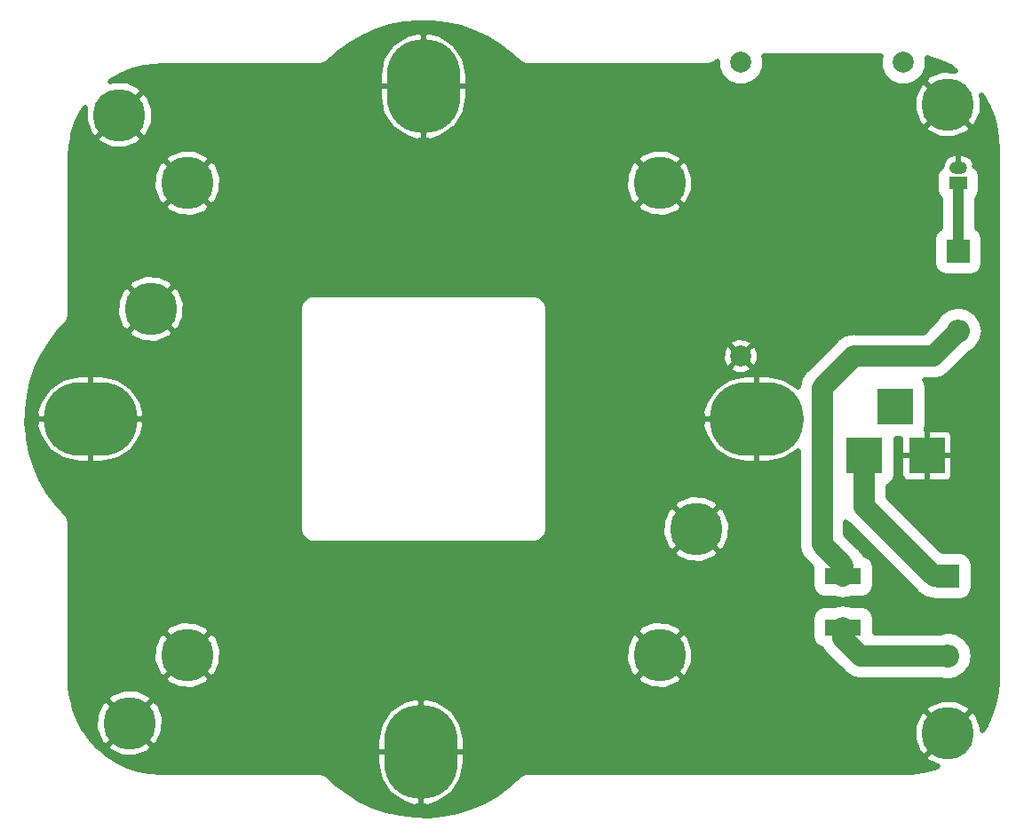
<source format=gbr>
G04 #@! TF.GenerationSoftware,KiCad,Pcbnew,(5.0.0)*
G04 #@! TF.CreationDate,2019-12-04T20:48:19-05:00*
G04 #@! TF.ProjectId,10W White LED,313057205768697465204C45442E6B69,rev?*
G04 #@! TF.SameCoordinates,Original*
G04 #@! TF.FileFunction,Copper,L1,Top,Signal*
G04 #@! TF.FilePolarity,Positive*
%FSLAX46Y46*%
G04 Gerber Fmt 4.6, Leading zero omitted, Abs format (unit mm)*
G04 Created by KiCad (PCBNEW (5.0.0)) date 12/04/19 20:48:19*
%MOMM*%
%LPD*%
G01*
G04 APERTURE LIST*
G04 #@! TA.AperFunction,SMDPad,CuDef*
%ADD10R,3.500000X1.600000*%
G04 #@! TD*
G04 #@! TA.AperFunction,ComponentPad*
%ADD11R,1.700000X1.200000*%
G04 #@! TD*
G04 #@! TA.AperFunction,ComponentPad*
%ADD12O,1.700000X1.200000*%
G04 #@! TD*
G04 #@! TA.AperFunction,ComponentPad*
%ADD13C,5.000000*%
G04 #@! TD*
G04 #@! TA.AperFunction,ComponentPad*
%ADD14O,7.000000X9.000000*%
G04 #@! TD*
G04 #@! TA.AperFunction,ComponentPad*
%ADD15O,9.000000X7.000000*%
G04 #@! TD*
G04 #@! TA.AperFunction,ComponentPad*
%ADD16R,2.200000X2.200000*%
G04 #@! TD*
G04 #@! TA.AperFunction,ComponentPad*
%ADD17O,2.200000X2.200000*%
G04 #@! TD*
G04 #@! TA.AperFunction,ComponentPad*
%ADD18C,2.000000*%
G04 #@! TD*
G04 #@! TA.AperFunction,ComponentPad*
%ADD19R,3.500000X3.500000*%
G04 #@! TD*
G04 #@! TA.AperFunction,Conductor*
%ADD20C,2.000000*%
G04 #@! TD*
G04 #@! TA.AperFunction,Conductor*
%ADD21C,1.000000*%
G04 #@! TD*
G04 #@! TA.AperFunction,Conductor*
%ADD22C,0.500000*%
G04 #@! TD*
G04 APERTURE END LIST*
D10*
G04 #@! TO.P,F1,1*
G04 #@! TO.N,Net-(F1-Pad1)*
X190000000Y-119880000D03*
G04 #@! TO.P,F1,2*
G04 #@! TO.N,+12V*
X190000000Y-115000000D03*
G04 #@! TD*
D11*
G04 #@! TO.P,FAN1,1*
G04 #@! TO.N,Net-(FAN1-Pad1)*
X201000000Y-77500000D03*
D12*
G04 #@! TO.P,FAN1,2*
G04 #@! TO.N,GND*
X201000000Y-76000000D03*
G04 #@! TD*
D13*
G04 #@! TO.P,HEATSINK1,3*
G04 #@! TO.N,GND*
X172500000Y-122500000D03*
X127500000Y-122500000D03*
X127500000Y-77500000D03*
X172500000Y-77500000D03*
G04 #@! TO.P,HEATSINK1,2*
X124000000Y-89500000D03*
G04 #@! TO.P,HEATSINK1,1*
X176000000Y-110500000D03*
G04 #@! TD*
D14*
G04 #@! TO.P,LENSE1,1*
G04 #@! TO.N,GND*
X150000000Y-68250000D03*
D15*
X118250000Y-100000000D03*
D14*
X149750000Y-131750000D03*
D15*
X181750000Y-100000000D03*
G04 #@! TD*
D16*
G04 #@! TO.P,SW1,1*
G04 #@! TO.N,Net-(BARREL1-Pad1)*
X200000000Y-115000000D03*
D17*
G04 #@! TO.P,SW1,2*
G04 #@! TO.N,Net-(F1-Pad1)*
X200000000Y-122620000D03*
G04 #@! TD*
D16*
G04 #@! TO.P,SW2,1*
G04 #@! TO.N,Net-(FAN1-Pad1)*
X201000000Y-84000000D03*
D17*
G04 #@! TO.P,SW2,2*
G04 #@! TO.N,+12V*
X201000000Y-91620000D03*
G04 #@! TD*
D13*
G04 #@! TO.P,MNT1,1*
G04 #@! TO.N,GND*
X121000000Y-71000000D03*
G04 #@! TD*
G04 #@! TO.P,MNT2,1*
G04 #@! TO.N,GND*
X200000000Y-70000000D03*
G04 #@! TD*
G04 #@! TO.P,MNT3,1*
G04 #@! TO.N,GND*
X200000000Y-130000000D03*
G04 #@! TD*
G04 #@! TO.P,MNT4,1*
G04 #@! TO.N,GND*
X122000000Y-129000000D03*
G04 #@! TD*
D18*
G04 #@! TO.P,U1,1*
G04 #@! TO.N,GND*
X180250000Y-94000000D03*
G04 #@! TO.P,U1,2*
G04 #@! TO.N,+12V*
X195750000Y-94000000D03*
G04 #@! TO.P,U1,3*
G04 #@! TO.N,Net-(D1-Pad2)*
X195750000Y-66000000D03*
G04 #@! TO.P,U1,4*
G04 #@! TO.N,Net-(D1-Pad1)*
X180250000Y-66000000D03*
G04 #@! TD*
D19*
G04 #@! TO.P,BARREL1,3*
G04 #@! TO.N,N/C*
X195000000Y-98800000D03*
G04 #@! TO.P,BARREL1,2*
G04 #@! TO.N,GND*
X198000000Y-103500000D03*
G04 #@! TO.P,BARREL1,1*
G04 #@! TO.N,Net-(BARREL1-Pad1)*
X192000000Y-103500000D03*
G04 #@! TD*
D20*
G04 #@! TO.N,+12V*
X190000000Y-113950000D02*
X188000000Y-111950000D01*
X190000000Y-115000000D02*
X190000000Y-113950000D01*
X188000000Y-111950000D02*
X188000000Y-101750000D01*
X198620000Y-94000000D02*
X201000000Y-91620000D01*
X195750000Y-94000000D02*
X198620000Y-94000000D01*
X188000000Y-101750000D02*
X188000000Y-97000000D01*
X191000000Y-94000000D02*
X195750000Y-94000000D01*
X188000000Y-97000000D02*
X191000000Y-94000000D01*
G04 #@! TO.N,Net-(F1-Pad1)*
X190000000Y-120930000D02*
X190000000Y-119880000D01*
X191690000Y-122620000D02*
X190000000Y-120930000D01*
X200000000Y-122620000D02*
X191690000Y-122620000D01*
D21*
G04 #@! TO.N,Net-(FAN1-Pad1)*
X201000000Y-84000000D02*
X201000000Y-77500000D01*
D20*
G04 #@! TO.N,Net-(BARREL1-Pad1)*
X198650000Y-115000000D02*
X200000000Y-115000000D01*
X192000000Y-108350000D02*
X198650000Y-115000000D01*
X192000000Y-103500000D02*
X192000000Y-108350000D01*
G04 #@! TD*
D22*
G04 #@! TO.N,GND*
G36*
X150849311Y-62212920D02*
X152203316Y-62375574D01*
X153532364Y-62681187D01*
X154821407Y-63126299D01*
X156055860Y-63705873D01*
X157221732Y-64413342D01*
X158312727Y-65245962D01*
X158985759Y-65867019D01*
X159044728Y-65955272D01*
X159483011Y-66248122D01*
X159869501Y-66325000D01*
X159999980Y-66325000D01*
X159999999Y-66325001D01*
X160000018Y-66325000D01*
X176869502Y-66325000D01*
X177000000Y-66350958D01*
X177130498Y-66325000D01*
X177130499Y-66325000D01*
X177516989Y-66248122D01*
X177955272Y-65955272D01*
X178000000Y-65888332D01*
X178000000Y-66447553D01*
X178342542Y-67274523D01*
X178975477Y-67907458D01*
X179802447Y-68250000D01*
X180697553Y-68250000D01*
X181524523Y-67907458D01*
X182157458Y-67274523D01*
X182500000Y-66447553D01*
X182500000Y-65552447D01*
X182405788Y-65325000D01*
X193594212Y-65325000D01*
X193500000Y-65552447D01*
X193500000Y-66447553D01*
X193842542Y-67274523D01*
X194475477Y-67907458D01*
X195302447Y-68250000D01*
X196197553Y-68250000D01*
X197024523Y-67907458D01*
X197657458Y-67274523D01*
X198000000Y-66447553D01*
X198000000Y-65570180D01*
X198156734Y-65600079D01*
X199192514Y-65936624D01*
X200177954Y-66400337D01*
X200758102Y-66768510D01*
X199476401Y-66719697D01*
X198260939Y-67169768D01*
X198050716Y-67310235D01*
X197787940Y-67782283D01*
X200000000Y-69994343D01*
X200014142Y-69980201D01*
X200019799Y-69985858D01*
X200005657Y-70000000D01*
X202217717Y-72212060D01*
X202689765Y-71949284D01*
X203230977Y-70771575D01*
X203280303Y-69476401D01*
X203143510Y-69106978D01*
X203322333Y-69353107D01*
X203847005Y-70307481D01*
X204247922Y-71320082D01*
X204518769Y-72374955D01*
X204657884Y-73476169D01*
X204675000Y-74020810D01*
X204675001Y-124958351D01*
X204603997Y-126086931D01*
X204399921Y-127156734D01*
X204063374Y-128192519D01*
X203599663Y-129177954D01*
X203272006Y-129694260D01*
X203280303Y-129476401D01*
X202830232Y-128260939D01*
X202689765Y-128050716D01*
X202217717Y-127787940D01*
X200005657Y-130000000D01*
X200019799Y-130014142D01*
X200014142Y-130019799D01*
X200000000Y-130005657D01*
X197787940Y-132217717D01*
X198050716Y-132689765D01*
X198994374Y-133123420D01*
X198679917Y-133247922D01*
X197625038Y-133518770D01*
X196523830Y-133657884D01*
X195979190Y-133675000D01*
X159869501Y-133675000D01*
X159483011Y-133751878D01*
X159044728Y-134044728D01*
X158990648Y-134125664D01*
X158047509Y-134973382D01*
X156942133Y-135772072D01*
X155758139Y-136448782D01*
X154508944Y-136995840D01*
X153208679Y-137407060D01*
X151872095Y-137677776D01*
X150514294Y-137804931D01*
X149150690Y-137787080D01*
X147796684Y-137624426D01*
X146467636Y-137318813D01*
X145178593Y-136873701D01*
X143944140Y-136294127D01*
X142778268Y-135586658D01*
X141687273Y-134754038D01*
X141014241Y-134132981D01*
X140955272Y-134044728D01*
X140516989Y-133751878D01*
X140130499Y-133675000D01*
X140000020Y-133675000D01*
X140000001Y-133674999D01*
X139999982Y-133675000D01*
X125041633Y-133675000D01*
X123913069Y-133603997D01*
X122843266Y-133399921D01*
X121807481Y-133063374D01*
X120822046Y-132599663D01*
X119902504Y-132016104D01*
X119063350Y-131321895D01*
X118965521Y-131217717D01*
X119787940Y-131217717D01*
X120050716Y-131689765D01*
X121228425Y-132230977D01*
X122523599Y-132280303D01*
X123739061Y-131830232D01*
X123853149Y-131754000D01*
X145492000Y-131754000D01*
X145492000Y-132754000D01*
X145817652Y-134383162D01*
X146741968Y-135763689D01*
X148124230Y-136685410D01*
X149079952Y-136954949D01*
X149746000Y-136818498D01*
X149746000Y-131754000D01*
X149754000Y-131754000D01*
X149754000Y-136818498D01*
X150420048Y-136954949D01*
X151375770Y-136685410D01*
X152758032Y-135763689D01*
X153682348Y-134383162D01*
X154008000Y-132754000D01*
X154008000Y-131754000D01*
X149754000Y-131754000D01*
X149746000Y-131754000D01*
X145492000Y-131754000D01*
X123853149Y-131754000D01*
X123949284Y-131689765D01*
X124212060Y-131217717D01*
X122000000Y-129005657D01*
X119787940Y-131217717D01*
X118965521Y-131217717D01*
X118317818Y-130527985D01*
X117677667Y-129646893D01*
X117609886Y-129523599D01*
X118719697Y-129523599D01*
X119169768Y-130739061D01*
X119310235Y-130949284D01*
X119782283Y-131212060D01*
X121994343Y-129000000D01*
X122005657Y-129000000D01*
X124217717Y-131212060D01*
X124689765Y-130949284D01*
X124783183Y-130746000D01*
X145492000Y-130746000D01*
X145492000Y-131746000D01*
X149746000Y-131746000D01*
X149746000Y-126681502D01*
X149754000Y-126681502D01*
X149754000Y-131746000D01*
X154008000Y-131746000D01*
X154008000Y-130746000D01*
X153963545Y-130523599D01*
X196719697Y-130523599D01*
X197169768Y-131739061D01*
X197310235Y-131949284D01*
X197782283Y-132212060D01*
X199994343Y-130000000D01*
X197782283Y-127787940D01*
X197310235Y-128050716D01*
X196769023Y-129228425D01*
X196719697Y-130523599D01*
X153963545Y-130523599D01*
X153682348Y-129116838D01*
X152788813Y-127782283D01*
X197787940Y-127782283D01*
X200000000Y-129994343D01*
X202212060Y-127782283D01*
X201949284Y-127310235D01*
X200771575Y-126769023D01*
X199476401Y-126719697D01*
X198260939Y-127169768D01*
X198050716Y-127310235D01*
X197787940Y-127782283D01*
X152788813Y-127782283D01*
X152758032Y-127736311D01*
X151375770Y-126814590D01*
X150420048Y-126545051D01*
X149754000Y-126681502D01*
X149746000Y-126681502D01*
X149079952Y-126545051D01*
X148124230Y-126814590D01*
X146741968Y-127736311D01*
X145817652Y-129116838D01*
X145492000Y-130746000D01*
X124783183Y-130746000D01*
X125230977Y-129771575D01*
X125280303Y-128476401D01*
X124830232Y-127260939D01*
X124689765Y-127050716D01*
X124217717Y-126787940D01*
X122005657Y-129000000D01*
X121994343Y-129000000D01*
X119782283Y-126787940D01*
X119310235Y-127050716D01*
X118769023Y-128228425D01*
X118719697Y-129523599D01*
X117609886Y-129523599D01*
X117152996Y-128692522D01*
X116752078Y-127679917D01*
X116521604Y-126782283D01*
X119787940Y-126782283D01*
X122000000Y-128994343D01*
X124212060Y-126782283D01*
X123949284Y-126310235D01*
X122771575Y-125769023D01*
X121476401Y-125719697D01*
X120260939Y-126169768D01*
X120050716Y-126310235D01*
X119787940Y-126782283D01*
X116521604Y-126782283D01*
X116481230Y-126625038D01*
X116342116Y-125523830D01*
X116325000Y-124979190D01*
X116325000Y-124717717D01*
X125287940Y-124717717D01*
X125550716Y-125189765D01*
X126728425Y-125730977D01*
X128023599Y-125780303D01*
X129239061Y-125330232D01*
X129449284Y-125189765D01*
X129712060Y-124717717D01*
X170287940Y-124717717D01*
X170550716Y-125189765D01*
X171728425Y-125730977D01*
X173023599Y-125780303D01*
X174239061Y-125330232D01*
X174449284Y-125189765D01*
X174712060Y-124717717D01*
X172500000Y-122505657D01*
X170287940Y-124717717D01*
X129712060Y-124717717D01*
X127500000Y-122505657D01*
X125287940Y-124717717D01*
X116325000Y-124717717D01*
X116325000Y-123023599D01*
X124219697Y-123023599D01*
X124669768Y-124239061D01*
X124810235Y-124449284D01*
X125282283Y-124712060D01*
X127494343Y-122500000D01*
X127505657Y-122500000D01*
X129717717Y-124712060D01*
X130189765Y-124449284D01*
X130730977Y-123271575D01*
X130740421Y-123023599D01*
X169219697Y-123023599D01*
X169669768Y-124239061D01*
X169810235Y-124449284D01*
X170282283Y-124712060D01*
X172494343Y-122500000D01*
X172505657Y-122500000D01*
X174717717Y-124712060D01*
X175189765Y-124449284D01*
X175730977Y-123271575D01*
X175780303Y-121976401D01*
X175330232Y-120760939D01*
X175189765Y-120550716D01*
X174717717Y-120287940D01*
X172505657Y-122500000D01*
X172494343Y-122500000D01*
X170282283Y-120287940D01*
X169810235Y-120550716D01*
X169269023Y-121728425D01*
X169219697Y-123023599D01*
X130740421Y-123023599D01*
X130780303Y-121976401D01*
X130330232Y-120760939D01*
X130189765Y-120550716D01*
X129717717Y-120287940D01*
X127505657Y-122500000D01*
X127494343Y-122500000D01*
X125282283Y-120287940D01*
X124810235Y-120550716D01*
X124269023Y-121728425D01*
X124219697Y-123023599D01*
X116325000Y-123023599D01*
X116325000Y-120282283D01*
X125287940Y-120282283D01*
X127500000Y-122494343D01*
X129712060Y-120282283D01*
X170287940Y-120282283D01*
X172500000Y-122494343D01*
X174712060Y-120282283D01*
X174449284Y-119810235D01*
X173271575Y-119269023D01*
X171976401Y-119219697D01*
X170760939Y-119669768D01*
X170550716Y-119810235D01*
X170287940Y-120282283D01*
X129712060Y-120282283D01*
X129449284Y-119810235D01*
X128271575Y-119269023D01*
X126976401Y-119219697D01*
X125760939Y-119669768D01*
X125550716Y-119810235D01*
X125287940Y-120282283D01*
X116325000Y-120282283D01*
X116325000Y-119080000D01*
X186975512Y-119080000D01*
X186975512Y-120680000D01*
X187072527Y-121167725D01*
X187348801Y-121581199D01*
X187762275Y-121857473D01*
X187936872Y-121892203D01*
X188377840Y-122552160D01*
X188565711Y-122677691D01*
X189942310Y-124054291D01*
X190067840Y-124242160D01*
X190812094Y-124739454D01*
X191468394Y-124870000D01*
X191468395Y-124870000D01*
X191690000Y-124914080D01*
X191911605Y-124870000D01*
X199265814Y-124870000D01*
X199768547Y-124970000D01*
X200231453Y-124970000D01*
X200916924Y-124833651D01*
X201694255Y-124314255D01*
X202213651Y-123536924D01*
X202396039Y-122620000D01*
X202213651Y-121703076D01*
X201694255Y-120925745D01*
X200916924Y-120406349D01*
X200231453Y-120270000D01*
X199768547Y-120270000D01*
X199265814Y-120370000D01*
X193024488Y-120370000D01*
X193024488Y-119080000D01*
X192927473Y-118592275D01*
X192651199Y-118178801D01*
X192237725Y-117902527D01*
X191750000Y-117805512D01*
X190945202Y-117805512D01*
X190877906Y-117760546D01*
X190000000Y-117585920D01*
X189122095Y-117760546D01*
X189054799Y-117805512D01*
X188250000Y-117805512D01*
X187762275Y-117902527D01*
X187348801Y-118178801D01*
X187072527Y-118592275D01*
X186975512Y-119080000D01*
X116325000Y-119080000D01*
X116325000Y-112717717D01*
X173787940Y-112717717D01*
X174050716Y-113189765D01*
X175228425Y-113730977D01*
X176523599Y-113780303D01*
X177739061Y-113330232D01*
X177949284Y-113189765D01*
X178212060Y-112717717D01*
X176000000Y-110505657D01*
X173787940Y-112717717D01*
X116325000Y-112717717D01*
X116325000Y-109869501D01*
X116248122Y-109483011D01*
X115955272Y-109044728D01*
X115874336Y-108990648D01*
X115026618Y-108047509D01*
X114227928Y-106942133D01*
X113551218Y-105758139D01*
X113004160Y-104508944D01*
X112592940Y-103208679D01*
X112322224Y-101872095D01*
X112209656Y-100670048D01*
X113045051Y-100670048D01*
X113314590Y-101625770D01*
X114236311Y-103008032D01*
X115616838Y-103932348D01*
X117246000Y-104258000D01*
X118246000Y-104258000D01*
X118246000Y-100004000D01*
X118254000Y-100004000D01*
X118254000Y-104258000D01*
X119254000Y-104258000D01*
X120883162Y-103932348D01*
X122263689Y-103008032D01*
X123185410Y-101625770D01*
X123454949Y-100670048D01*
X123318498Y-100004000D01*
X118254000Y-100004000D01*
X118246000Y-100004000D01*
X113181502Y-100004000D01*
X113045051Y-100670048D01*
X112209656Y-100670048D01*
X112195069Y-100514294D01*
X112210573Y-99329952D01*
X113045051Y-99329952D01*
X113181502Y-99996000D01*
X118246000Y-99996000D01*
X118246000Y-95742000D01*
X118254000Y-95742000D01*
X118254000Y-99996000D01*
X123318498Y-99996000D01*
X123454949Y-99329952D01*
X123185410Y-98374230D01*
X122263689Y-96991968D01*
X120883162Y-96067652D01*
X119254000Y-95742000D01*
X118254000Y-95742000D01*
X118246000Y-95742000D01*
X117246000Y-95742000D01*
X115616838Y-96067652D01*
X114236311Y-96991968D01*
X113314590Y-98374230D01*
X113045051Y-99329952D01*
X112210573Y-99329952D01*
X112212920Y-99150689D01*
X112375574Y-97796684D01*
X112681187Y-96467636D01*
X113126299Y-95178593D01*
X113705873Y-93944140D01*
X114413342Y-92778268D01*
X115222727Y-91717717D01*
X121787940Y-91717717D01*
X122050716Y-92189765D01*
X123228425Y-92730977D01*
X124523599Y-92780303D01*
X125739061Y-92330232D01*
X125949284Y-92189765D01*
X126212060Y-91717717D01*
X124000000Y-89505657D01*
X121787940Y-91717717D01*
X115222727Y-91717717D01*
X115245962Y-91687273D01*
X115867019Y-91014241D01*
X115955272Y-90955272D01*
X116248122Y-90516989D01*
X116325000Y-90130499D01*
X116325000Y-90023599D01*
X120719697Y-90023599D01*
X121169768Y-91239061D01*
X121310235Y-91449284D01*
X121782283Y-91712060D01*
X123994343Y-89500000D01*
X124005657Y-89500000D01*
X126217717Y-91712060D01*
X126689765Y-91449284D01*
X127230977Y-90271575D01*
X127260362Y-89500000D01*
X138149042Y-89500000D01*
X138175000Y-89630499D01*
X138175001Y-110369496D01*
X138149042Y-110500000D01*
X138251878Y-111016989D01*
X138544728Y-111455272D01*
X138983011Y-111748122D01*
X139369501Y-111825000D01*
X139500000Y-111850958D01*
X139630499Y-111825000D01*
X160369501Y-111825000D01*
X160500000Y-111850958D01*
X160630499Y-111825000D01*
X161016989Y-111748122D01*
X161455272Y-111455272D01*
X161743705Y-111023599D01*
X172719697Y-111023599D01*
X173169768Y-112239061D01*
X173310235Y-112449284D01*
X173782283Y-112712060D01*
X175994343Y-110500000D01*
X176005657Y-110500000D01*
X178217717Y-112712060D01*
X178689765Y-112449284D01*
X179230977Y-111271575D01*
X179280303Y-109976401D01*
X178830232Y-108760939D01*
X178689765Y-108550716D01*
X178217717Y-108287940D01*
X176005657Y-110500000D01*
X175994343Y-110500000D01*
X173782283Y-108287940D01*
X173310235Y-108550716D01*
X172769023Y-109728425D01*
X172719697Y-111023599D01*
X161743705Y-111023599D01*
X161748122Y-111016989D01*
X161850958Y-110500000D01*
X161825000Y-110369501D01*
X161825000Y-108282283D01*
X173787940Y-108282283D01*
X176000000Y-110494343D01*
X178212060Y-108282283D01*
X177949284Y-107810235D01*
X176771575Y-107269023D01*
X175476401Y-107219697D01*
X174260939Y-107669768D01*
X174050716Y-107810235D01*
X173787940Y-108282283D01*
X161825000Y-108282283D01*
X161825000Y-100670048D01*
X176545051Y-100670048D01*
X176814590Y-101625770D01*
X177736311Y-103008032D01*
X179116838Y-103932348D01*
X180746000Y-104258000D01*
X181746000Y-104258000D01*
X181746000Y-100004000D01*
X176681502Y-100004000D01*
X176545051Y-100670048D01*
X161825000Y-100670048D01*
X161825000Y-99329952D01*
X176545051Y-99329952D01*
X176681502Y-99996000D01*
X181746000Y-99996000D01*
X181746000Y-95742000D01*
X181754000Y-95742000D01*
X181754000Y-99996000D01*
X181774000Y-99996000D01*
X181774000Y-100004000D01*
X181754000Y-100004000D01*
X181754000Y-104258000D01*
X182754000Y-104258000D01*
X184383162Y-103932348D01*
X185750001Y-103017197D01*
X185750000Y-111728395D01*
X185705920Y-111950000D01*
X185750000Y-112171605D01*
X185880546Y-112827905D01*
X185880547Y-112827906D01*
X185880547Y-112827907D01*
X185945765Y-112925512D01*
X186377840Y-113572160D01*
X186565711Y-113697691D01*
X186990860Y-114122840D01*
X186975512Y-114200000D01*
X186975512Y-115800000D01*
X187072527Y-116287725D01*
X187348801Y-116701199D01*
X187762275Y-116977473D01*
X188250000Y-117074488D01*
X189054798Y-117074488D01*
X189122094Y-117119454D01*
X190000000Y-117294080D01*
X190877905Y-117119454D01*
X190945202Y-117074488D01*
X191750000Y-117074488D01*
X192237725Y-116977473D01*
X192651199Y-116701199D01*
X192927473Y-116287725D01*
X193024488Y-115800000D01*
X193024488Y-114200000D01*
X192927473Y-113712275D01*
X192651199Y-113298801D01*
X192237725Y-113022527D01*
X192063129Y-112987798D01*
X191747689Y-112515708D01*
X191622160Y-112327840D01*
X191434291Y-112202310D01*
X190250000Y-111018020D01*
X190250000Y-109780832D01*
X190377841Y-109972160D01*
X190565710Y-110097690D01*
X196902310Y-116434291D01*
X197027840Y-116622160D01*
X197215708Y-116747689D01*
X197772092Y-117119453D01*
X197772093Y-117119453D01*
X197772094Y-117119454D01*
X198346898Y-117233789D01*
X198412275Y-117277473D01*
X198900000Y-117374488D01*
X201100000Y-117374488D01*
X201587725Y-117277473D01*
X202001199Y-117001199D01*
X202277473Y-116587725D01*
X202374488Y-116100000D01*
X202374488Y-113900000D01*
X202277473Y-113412275D01*
X202001199Y-112998801D01*
X201587725Y-112722527D01*
X201100000Y-112625512D01*
X199457493Y-112625512D01*
X194250000Y-107418020D01*
X194250000Y-106419271D01*
X194651199Y-106151199D01*
X194927473Y-105737725D01*
X195024488Y-105250000D01*
X195024488Y-103693500D01*
X195492000Y-103693500D01*
X195492000Y-105400775D01*
X195607398Y-105679372D01*
X195820627Y-105892601D01*
X196099224Y-106008000D01*
X197806500Y-106008000D01*
X197996000Y-105818500D01*
X197996000Y-103504000D01*
X198004000Y-103504000D01*
X198004000Y-105818500D01*
X198193500Y-106008000D01*
X199900776Y-106008000D01*
X200179373Y-105892601D01*
X200392602Y-105679372D01*
X200508000Y-105400775D01*
X200508000Y-103693500D01*
X200318500Y-103504000D01*
X198004000Y-103504000D01*
X197996000Y-103504000D01*
X195681500Y-103504000D01*
X195492000Y-103693500D01*
X195024488Y-103693500D01*
X195024488Y-101824488D01*
X195492000Y-101824488D01*
X195492000Y-103306500D01*
X195681500Y-103496000D01*
X197996000Y-103496000D01*
X197996000Y-101181500D01*
X198004000Y-101181500D01*
X198004000Y-103496000D01*
X200318500Y-103496000D01*
X200508000Y-103306500D01*
X200508000Y-101599225D01*
X200392602Y-101320628D01*
X200179373Y-101107399D01*
X199900776Y-100992000D01*
X198193500Y-100992000D01*
X198004000Y-101181500D01*
X197996000Y-101181500D01*
X197897333Y-101082833D01*
X197927473Y-101037725D01*
X198024488Y-100550000D01*
X198024488Y-97050000D01*
X197927473Y-96562275D01*
X197718818Y-96250000D01*
X198398395Y-96250000D01*
X198620000Y-96294080D01*
X198841605Y-96250000D01*
X198841606Y-96250000D01*
X199497906Y-96119454D01*
X200242160Y-95622160D01*
X200367691Y-95434289D01*
X202071844Y-93730137D01*
X202694255Y-93314255D01*
X203213651Y-92536924D01*
X203396039Y-91620000D01*
X203213651Y-90703076D01*
X202694255Y-89925745D01*
X201916924Y-89406349D01*
X201231453Y-89270000D01*
X200768547Y-89270000D01*
X200083076Y-89406349D01*
X199305745Y-89925745D01*
X198889863Y-90548156D01*
X197688020Y-91750000D01*
X191221605Y-91750000D01*
X191000000Y-91705920D01*
X190778395Y-91750000D01*
X190778394Y-91750000D01*
X190122094Y-91880546D01*
X189377840Y-92377840D01*
X189252308Y-92565712D01*
X186565710Y-95252310D01*
X186377841Y-95377840D01*
X186252311Y-95565709D01*
X185880547Y-96122093D01*
X185714119Y-96958779D01*
X184383162Y-96067652D01*
X182754000Y-95742000D01*
X181754000Y-95742000D01*
X181746000Y-95742000D01*
X180746000Y-95742000D01*
X179116838Y-96067652D01*
X177736311Y-96991968D01*
X176814590Y-98374230D01*
X176545051Y-99329952D01*
X161825000Y-99329952D01*
X161825000Y-95136275D01*
X179119382Y-95136275D01*
X179199669Y-95452463D01*
X179835454Y-95743845D01*
X180534350Y-95769743D01*
X181189956Y-95526213D01*
X181300331Y-95452463D01*
X181380618Y-95136275D01*
X180250000Y-94005657D01*
X179119382Y-95136275D01*
X161825000Y-95136275D01*
X161825000Y-94284350D01*
X178480257Y-94284350D01*
X178723787Y-94939956D01*
X178797537Y-95050331D01*
X179113725Y-95130618D01*
X180244343Y-94000000D01*
X180255657Y-94000000D01*
X181386275Y-95130618D01*
X181702463Y-95050331D01*
X181993845Y-94414546D01*
X182019743Y-93715650D01*
X181776213Y-93060044D01*
X181702463Y-92949669D01*
X181386275Y-92869382D01*
X180255657Y-94000000D01*
X180244343Y-94000000D01*
X179113725Y-92869382D01*
X178797537Y-92949669D01*
X178506155Y-93585454D01*
X178480257Y-94284350D01*
X161825000Y-94284350D01*
X161825000Y-92863725D01*
X179119382Y-92863725D01*
X180250000Y-93994343D01*
X181380618Y-92863725D01*
X181300331Y-92547537D01*
X180664546Y-92256155D01*
X179965650Y-92230257D01*
X179310044Y-92473787D01*
X179199669Y-92547537D01*
X179119382Y-92863725D01*
X161825000Y-92863725D01*
X161825000Y-89630499D01*
X161850958Y-89500000D01*
X161748122Y-88983011D01*
X161455272Y-88544728D01*
X161016989Y-88251878D01*
X160630499Y-88175000D01*
X160500000Y-88149042D01*
X160369501Y-88175000D01*
X139630499Y-88175000D01*
X139500000Y-88149042D01*
X139369501Y-88175000D01*
X138983011Y-88251878D01*
X138544728Y-88544728D01*
X138251878Y-88983011D01*
X138149042Y-89500000D01*
X127260362Y-89500000D01*
X127280303Y-88976401D01*
X126830232Y-87760939D01*
X126689765Y-87550716D01*
X126217717Y-87287940D01*
X124005657Y-89500000D01*
X123994343Y-89500000D01*
X121782283Y-87287940D01*
X121310235Y-87550716D01*
X120769023Y-88728425D01*
X120719697Y-90023599D01*
X116325000Y-90023599D01*
X116325000Y-90000020D01*
X116325001Y-90000001D01*
X116325000Y-89999982D01*
X116325000Y-87282283D01*
X121787940Y-87282283D01*
X124000000Y-89494343D01*
X126212060Y-87282283D01*
X125949284Y-86810235D01*
X124771575Y-86269023D01*
X123476401Y-86219697D01*
X122260939Y-86669768D01*
X122050716Y-86810235D01*
X121787940Y-87282283D01*
X116325000Y-87282283D01*
X116325000Y-82900000D01*
X198625512Y-82900000D01*
X198625512Y-85100000D01*
X198722527Y-85587725D01*
X198998801Y-86001199D01*
X199412275Y-86277473D01*
X199900000Y-86374488D01*
X202100000Y-86374488D01*
X202587725Y-86277473D01*
X203001199Y-86001199D01*
X203277473Y-85587725D01*
X203374488Y-85100000D01*
X203374488Y-82900000D01*
X203277473Y-82412275D01*
X203001199Y-81998801D01*
X202750000Y-81830955D01*
X202750000Y-79002000D01*
X202751199Y-79001199D01*
X203027473Y-78587725D01*
X203124488Y-78100000D01*
X203124488Y-76900000D01*
X203027473Y-76412275D01*
X202751199Y-75998801D01*
X202533909Y-75853612D01*
X202590649Y-75783612D01*
X202506160Y-75484011D01*
X202213080Y-75042577D01*
X201773380Y-74746902D01*
X201254000Y-74642000D01*
X201004000Y-74642000D01*
X201004000Y-75625512D01*
X200996000Y-75625512D01*
X200996000Y-74642000D01*
X200746000Y-74642000D01*
X200226620Y-74746902D01*
X199786920Y-75042577D01*
X199493840Y-75484011D01*
X199409351Y-75783612D01*
X199466091Y-75853612D01*
X199248801Y-75998801D01*
X198972527Y-76412275D01*
X198875512Y-76900000D01*
X198875512Y-78100000D01*
X198972527Y-78587725D01*
X199248801Y-79001199D01*
X199250001Y-79002001D01*
X199250000Y-81830955D01*
X198998801Y-81998801D01*
X198722527Y-82412275D01*
X198625512Y-82900000D01*
X116325000Y-82900000D01*
X116325000Y-79717717D01*
X125287940Y-79717717D01*
X125550716Y-80189765D01*
X126728425Y-80730977D01*
X128023599Y-80780303D01*
X129239061Y-80330232D01*
X129449284Y-80189765D01*
X129712060Y-79717717D01*
X170287940Y-79717717D01*
X170550716Y-80189765D01*
X171728425Y-80730977D01*
X173023599Y-80780303D01*
X174239061Y-80330232D01*
X174449284Y-80189765D01*
X174712060Y-79717717D01*
X172500000Y-77505657D01*
X170287940Y-79717717D01*
X129712060Y-79717717D01*
X127500000Y-77505657D01*
X125287940Y-79717717D01*
X116325000Y-79717717D01*
X116325000Y-78023599D01*
X124219697Y-78023599D01*
X124669768Y-79239061D01*
X124810235Y-79449284D01*
X125282283Y-79712060D01*
X127494343Y-77500000D01*
X127505657Y-77500000D01*
X129717717Y-79712060D01*
X130189765Y-79449284D01*
X130730977Y-78271575D01*
X130740421Y-78023599D01*
X169219697Y-78023599D01*
X169669768Y-79239061D01*
X169810235Y-79449284D01*
X170282283Y-79712060D01*
X172494343Y-77500000D01*
X172505657Y-77500000D01*
X174717717Y-79712060D01*
X175189765Y-79449284D01*
X175730977Y-78271575D01*
X175780303Y-76976401D01*
X175330232Y-75760939D01*
X175189765Y-75550716D01*
X174717717Y-75287940D01*
X172505657Y-77500000D01*
X172494343Y-77500000D01*
X170282283Y-75287940D01*
X169810235Y-75550716D01*
X169269023Y-76728425D01*
X169219697Y-78023599D01*
X130740421Y-78023599D01*
X130780303Y-76976401D01*
X130330232Y-75760939D01*
X130189765Y-75550716D01*
X129717717Y-75287940D01*
X127505657Y-77500000D01*
X127494343Y-77500000D01*
X125282283Y-75287940D01*
X124810235Y-75550716D01*
X124269023Y-76728425D01*
X124219697Y-78023599D01*
X116325000Y-78023599D01*
X116325000Y-75282283D01*
X125287940Y-75282283D01*
X127500000Y-77494343D01*
X129712060Y-75282283D01*
X170287940Y-75282283D01*
X172500000Y-77494343D01*
X174712060Y-75282283D01*
X174449284Y-74810235D01*
X173271575Y-74269023D01*
X171976401Y-74219697D01*
X170760939Y-74669768D01*
X170550716Y-74810235D01*
X170287940Y-75282283D01*
X129712060Y-75282283D01*
X129449284Y-74810235D01*
X128271575Y-74269023D01*
X126976401Y-74219697D01*
X125760939Y-74669768D01*
X125550716Y-74810235D01*
X125287940Y-75282283D01*
X116325000Y-75282283D01*
X116325000Y-75041633D01*
X116396003Y-73913068D01*
X116528648Y-73217717D01*
X118787940Y-73217717D01*
X119050716Y-73689765D01*
X120228425Y-74230977D01*
X121523599Y-74280303D01*
X122739061Y-73830232D01*
X122949284Y-73689765D01*
X123212060Y-73217717D01*
X121000000Y-71005657D01*
X118787940Y-73217717D01*
X116528648Y-73217717D01*
X116600079Y-72843266D01*
X116936624Y-71807486D01*
X117400337Y-70822046D01*
X117768510Y-70241898D01*
X117719697Y-71523599D01*
X118169768Y-72739061D01*
X118310235Y-72949284D01*
X118782283Y-73212060D01*
X120994343Y-71000000D01*
X121005657Y-71000000D01*
X123217717Y-73212060D01*
X123689765Y-72949284D01*
X124230977Y-71771575D01*
X124280303Y-70476401D01*
X123830232Y-69260939D01*
X123689765Y-69050716D01*
X123217717Y-68787940D01*
X121005657Y-71000000D01*
X120994343Y-71000000D01*
X120980201Y-70985858D01*
X120985858Y-70980201D01*
X121000000Y-70994343D01*
X123212060Y-68782283D01*
X122949284Y-68310235D01*
X122826914Y-68254000D01*
X145742000Y-68254000D01*
X145742000Y-69254000D01*
X146067652Y-70883162D01*
X146991968Y-72263689D01*
X148374230Y-73185410D01*
X149329952Y-73454949D01*
X149996000Y-73318498D01*
X149996000Y-68254000D01*
X150004000Y-68254000D01*
X150004000Y-73318498D01*
X150670048Y-73454949D01*
X151625770Y-73185410D01*
X153008032Y-72263689D01*
X153038812Y-72217717D01*
X197787940Y-72217717D01*
X198050716Y-72689765D01*
X199228425Y-73230977D01*
X200523599Y-73280303D01*
X201739061Y-72830232D01*
X201949284Y-72689765D01*
X202212060Y-72217717D01*
X200000000Y-70005657D01*
X197787940Y-72217717D01*
X153038812Y-72217717D01*
X153932348Y-70883162D01*
X154004220Y-70523599D01*
X196719697Y-70523599D01*
X197169768Y-71739061D01*
X197310235Y-71949284D01*
X197782283Y-72212060D01*
X199994343Y-70000000D01*
X197782283Y-67787940D01*
X197310235Y-68050716D01*
X196769023Y-69228425D01*
X196719697Y-70523599D01*
X154004220Y-70523599D01*
X154258000Y-69254000D01*
X154258000Y-68254000D01*
X150004000Y-68254000D01*
X149996000Y-68254000D01*
X145742000Y-68254000D01*
X122826914Y-68254000D01*
X121771575Y-67769023D01*
X120476401Y-67719697D01*
X120106978Y-67856490D01*
X120353107Y-67677667D01*
X121138305Y-67246000D01*
X145742000Y-67246000D01*
X145742000Y-68246000D01*
X149996000Y-68246000D01*
X149996000Y-63181502D01*
X150004000Y-63181502D01*
X150004000Y-68246000D01*
X154258000Y-68246000D01*
X154258000Y-67246000D01*
X153932348Y-65616838D01*
X153008032Y-64236311D01*
X151625770Y-63314590D01*
X150670048Y-63045051D01*
X150004000Y-63181502D01*
X149996000Y-63181502D01*
X149329952Y-63045051D01*
X148374230Y-63314590D01*
X146991968Y-64236311D01*
X146067652Y-65616838D01*
X145742000Y-67246000D01*
X121138305Y-67246000D01*
X121307481Y-67152995D01*
X122320082Y-66752078D01*
X123374955Y-66481231D01*
X124476169Y-66342116D01*
X125020810Y-66325000D01*
X140130499Y-66325000D01*
X140516989Y-66248122D01*
X140955272Y-65955272D01*
X141009353Y-65874334D01*
X141952490Y-65026618D01*
X143057873Y-64227923D01*
X144241861Y-63551219D01*
X145491056Y-63004160D01*
X146791319Y-62592940D01*
X148127905Y-62322224D01*
X149485706Y-62195069D01*
X150849311Y-62212920D01*
X150849311Y-62212920D01*
G37*
X150849311Y-62212920D02*
X152203316Y-62375574D01*
X153532364Y-62681187D01*
X154821407Y-63126299D01*
X156055860Y-63705873D01*
X157221732Y-64413342D01*
X158312727Y-65245962D01*
X158985759Y-65867019D01*
X159044728Y-65955272D01*
X159483011Y-66248122D01*
X159869501Y-66325000D01*
X159999980Y-66325000D01*
X159999999Y-66325001D01*
X160000018Y-66325000D01*
X176869502Y-66325000D01*
X177000000Y-66350958D01*
X177130498Y-66325000D01*
X177130499Y-66325000D01*
X177516989Y-66248122D01*
X177955272Y-65955272D01*
X178000000Y-65888332D01*
X178000000Y-66447553D01*
X178342542Y-67274523D01*
X178975477Y-67907458D01*
X179802447Y-68250000D01*
X180697553Y-68250000D01*
X181524523Y-67907458D01*
X182157458Y-67274523D01*
X182500000Y-66447553D01*
X182500000Y-65552447D01*
X182405788Y-65325000D01*
X193594212Y-65325000D01*
X193500000Y-65552447D01*
X193500000Y-66447553D01*
X193842542Y-67274523D01*
X194475477Y-67907458D01*
X195302447Y-68250000D01*
X196197553Y-68250000D01*
X197024523Y-67907458D01*
X197657458Y-67274523D01*
X198000000Y-66447553D01*
X198000000Y-65570180D01*
X198156734Y-65600079D01*
X199192514Y-65936624D01*
X200177954Y-66400337D01*
X200758102Y-66768510D01*
X199476401Y-66719697D01*
X198260939Y-67169768D01*
X198050716Y-67310235D01*
X197787940Y-67782283D01*
X200000000Y-69994343D01*
X200014142Y-69980201D01*
X200019799Y-69985858D01*
X200005657Y-70000000D01*
X202217717Y-72212060D01*
X202689765Y-71949284D01*
X203230977Y-70771575D01*
X203280303Y-69476401D01*
X203143510Y-69106978D01*
X203322333Y-69353107D01*
X203847005Y-70307481D01*
X204247922Y-71320082D01*
X204518769Y-72374955D01*
X204657884Y-73476169D01*
X204675000Y-74020810D01*
X204675001Y-124958351D01*
X204603997Y-126086931D01*
X204399921Y-127156734D01*
X204063374Y-128192519D01*
X203599663Y-129177954D01*
X203272006Y-129694260D01*
X203280303Y-129476401D01*
X202830232Y-128260939D01*
X202689765Y-128050716D01*
X202217717Y-127787940D01*
X200005657Y-130000000D01*
X200019799Y-130014142D01*
X200014142Y-130019799D01*
X200000000Y-130005657D01*
X197787940Y-132217717D01*
X198050716Y-132689765D01*
X198994374Y-133123420D01*
X198679917Y-133247922D01*
X197625038Y-133518770D01*
X196523830Y-133657884D01*
X195979190Y-133675000D01*
X159869501Y-133675000D01*
X159483011Y-133751878D01*
X159044728Y-134044728D01*
X158990648Y-134125664D01*
X158047509Y-134973382D01*
X156942133Y-135772072D01*
X155758139Y-136448782D01*
X154508944Y-136995840D01*
X153208679Y-137407060D01*
X151872095Y-137677776D01*
X150514294Y-137804931D01*
X149150690Y-137787080D01*
X147796684Y-137624426D01*
X146467636Y-137318813D01*
X145178593Y-136873701D01*
X143944140Y-136294127D01*
X142778268Y-135586658D01*
X141687273Y-134754038D01*
X141014241Y-134132981D01*
X140955272Y-134044728D01*
X140516989Y-133751878D01*
X140130499Y-133675000D01*
X140000020Y-133675000D01*
X140000001Y-133674999D01*
X139999982Y-133675000D01*
X125041633Y-133675000D01*
X123913069Y-133603997D01*
X122843266Y-133399921D01*
X121807481Y-133063374D01*
X120822046Y-132599663D01*
X119902504Y-132016104D01*
X119063350Y-131321895D01*
X118965521Y-131217717D01*
X119787940Y-131217717D01*
X120050716Y-131689765D01*
X121228425Y-132230977D01*
X122523599Y-132280303D01*
X123739061Y-131830232D01*
X123853149Y-131754000D01*
X145492000Y-131754000D01*
X145492000Y-132754000D01*
X145817652Y-134383162D01*
X146741968Y-135763689D01*
X148124230Y-136685410D01*
X149079952Y-136954949D01*
X149746000Y-136818498D01*
X149746000Y-131754000D01*
X149754000Y-131754000D01*
X149754000Y-136818498D01*
X150420048Y-136954949D01*
X151375770Y-136685410D01*
X152758032Y-135763689D01*
X153682348Y-134383162D01*
X154008000Y-132754000D01*
X154008000Y-131754000D01*
X149754000Y-131754000D01*
X149746000Y-131754000D01*
X145492000Y-131754000D01*
X123853149Y-131754000D01*
X123949284Y-131689765D01*
X124212060Y-131217717D01*
X122000000Y-129005657D01*
X119787940Y-131217717D01*
X118965521Y-131217717D01*
X118317818Y-130527985D01*
X117677667Y-129646893D01*
X117609886Y-129523599D01*
X118719697Y-129523599D01*
X119169768Y-130739061D01*
X119310235Y-130949284D01*
X119782283Y-131212060D01*
X121994343Y-129000000D01*
X122005657Y-129000000D01*
X124217717Y-131212060D01*
X124689765Y-130949284D01*
X124783183Y-130746000D01*
X145492000Y-130746000D01*
X145492000Y-131746000D01*
X149746000Y-131746000D01*
X149746000Y-126681502D01*
X149754000Y-126681502D01*
X149754000Y-131746000D01*
X154008000Y-131746000D01*
X154008000Y-130746000D01*
X153963545Y-130523599D01*
X196719697Y-130523599D01*
X197169768Y-131739061D01*
X197310235Y-131949284D01*
X197782283Y-132212060D01*
X199994343Y-130000000D01*
X197782283Y-127787940D01*
X197310235Y-128050716D01*
X196769023Y-129228425D01*
X196719697Y-130523599D01*
X153963545Y-130523599D01*
X153682348Y-129116838D01*
X152788813Y-127782283D01*
X197787940Y-127782283D01*
X200000000Y-129994343D01*
X202212060Y-127782283D01*
X201949284Y-127310235D01*
X200771575Y-126769023D01*
X199476401Y-126719697D01*
X198260939Y-127169768D01*
X198050716Y-127310235D01*
X197787940Y-127782283D01*
X152788813Y-127782283D01*
X152758032Y-127736311D01*
X151375770Y-126814590D01*
X150420048Y-126545051D01*
X149754000Y-126681502D01*
X149746000Y-126681502D01*
X149079952Y-126545051D01*
X148124230Y-126814590D01*
X146741968Y-127736311D01*
X145817652Y-129116838D01*
X145492000Y-130746000D01*
X124783183Y-130746000D01*
X125230977Y-129771575D01*
X125280303Y-128476401D01*
X124830232Y-127260939D01*
X124689765Y-127050716D01*
X124217717Y-126787940D01*
X122005657Y-129000000D01*
X121994343Y-129000000D01*
X119782283Y-126787940D01*
X119310235Y-127050716D01*
X118769023Y-128228425D01*
X118719697Y-129523599D01*
X117609886Y-129523599D01*
X117152996Y-128692522D01*
X116752078Y-127679917D01*
X116521604Y-126782283D01*
X119787940Y-126782283D01*
X122000000Y-128994343D01*
X124212060Y-126782283D01*
X123949284Y-126310235D01*
X122771575Y-125769023D01*
X121476401Y-125719697D01*
X120260939Y-126169768D01*
X120050716Y-126310235D01*
X119787940Y-126782283D01*
X116521604Y-126782283D01*
X116481230Y-126625038D01*
X116342116Y-125523830D01*
X116325000Y-124979190D01*
X116325000Y-124717717D01*
X125287940Y-124717717D01*
X125550716Y-125189765D01*
X126728425Y-125730977D01*
X128023599Y-125780303D01*
X129239061Y-125330232D01*
X129449284Y-125189765D01*
X129712060Y-124717717D01*
X170287940Y-124717717D01*
X170550716Y-125189765D01*
X171728425Y-125730977D01*
X173023599Y-125780303D01*
X174239061Y-125330232D01*
X174449284Y-125189765D01*
X174712060Y-124717717D01*
X172500000Y-122505657D01*
X170287940Y-124717717D01*
X129712060Y-124717717D01*
X127500000Y-122505657D01*
X125287940Y-124717717D01*
X116325000Y-124717717D01*
X116325000Y-123023599D01*
X124219697Y-123023599D01*
X124669768Y-124239061D01*
X124810235Y-124449284D01*
X125282283Y-124712060D01*
X127494343Y-122500000D01*
X127505657Y-122500000D01*
X129717717Y-124712060D01*
X130189765Y-124449284D01*
X130730977Y-123271575D01*
X130740421Y-123023599D01*
X169219697Y-123023599D01*
X169669768Y-124239061D01*
X169810235Y-124449284D01*
X170282283Y-124712060D01*
X172494343Y-122500000D01*
X172505657Y-122500000D01*
X174717717Y-124712060D01*
X175189765Y-124449284D01*
X175730977Y-123271575D01*
X175780303Y-121976401D01*
X175330232Y-120760939D01*
X175189765Y-120550716D01*
X174717717Y-120287940D01*
X172505657Y-122500000D01*
X172494343Y-122500000D01*
X170282283Y-120287940D01*
X169810235Y-120550716D01*
X169269023Y-121728425D01*
X169219697Y-123023599D01*
X130740421Y-123023599D01*
X130780303Y-121976401D01*
X130330232Y-120760939D01*
X130189765Y-120550716D01*
X129717717Y-120287940D01*
X127505657Y-122500000D01*
X127494343Y-122500000D01*
X125282283Y-120287940D01*
X124810235Y-120550716D01*
X124269023Y-121728425D01*
X124219697Y-123023599D01*
X116325000Y-123023599D01*
X116325000Y-120282283D01*
X125287940Y-120282283D01*
X127500000Y-122494343D01*
X129712060Y-120282283D01*
X170287940Y-120282283D01*
X172500000Y-122494343D01*
X174712060Y-120282283D01*
X174449284Y-119810235D01*
X173271575Y-119269023D01*
X171976401Y-119219697D01*
X170760939Y-119669768D01*
X170550716Y-119810235D01*
X170287940Y-120282283D01*
X129712060Y-120282283D01*
X129449284Y-119810235D01*
X128271575Y-119269023D01*
X126976401Y-119219697D01*
X125760939Y-119669768D01*
X125550716Y-119810235D01*
X125287940Y-120282283D01*
X116325000Y-120282283D01*
X116325000Y-119080000D01*
X186975512Y-119080000D01*
X186975512Y-120680000D01*
X187072527Y-121167725D01*
X187348801Y-121581199D01*
X187762275Y-121857473D01*
X187936872Y-121892203D01*
X188377840Y-122552160D01*
X188565711Y-122677691D01*
X189942310Y-124054291D01*
X190067840Y-124242160D01*
X190812094Y-124739454D01*
X191468394Y-124870000D01*
X191468395Y-124870000D01*
X191690000Y-124914080D01*
X191911605Y-124870000D01*
X199265814Y-124870000D01*
X199768547Y-124970000D01*
X200231453Y-124970000D01*
X200916924Y-124833651D01*
X201694255Y-124314255D01*
X202213651Y-123536924D01*
X202396039Y-122620000D01*
X202213651Y-121703076D01*
X201694255Y-120925745D01*
X200916924Y-120406349D01*
X200231453Y-120270000D01*
X199768547Y-120270000D01*
X199265814Y-120370000D01*
X193024488Y-120370000D01*
X193024488Y-119080000D01*
X192927473Y-118592275D01*
X192651199Y-118178801D01*
X192237725Y-117902527D01*
X191750000Y-117805512D01*
X190945202Y-117805512D01*
X190877906Y-117760546D01*
X190000000Y-117585920D01*
X189122095Y-117760546D01*
X189054799Y-117805512D01*
X188250000Y-117805512D01*
X187762275Y-117902527D01*
X187348801Y-118178801D01*
X187072527Y-118592275D01*
X186975512Y-119080000D01*
X116325000Y-119080000D01*
X116325000Y-112717717D01*
X173787940Y-112717717D01*
X174050716Y-113189765D01*
X175228425Y-113730977D01*
X176523599Y-113780303D01*
X177739061Y-113330232D01*
X177949284Y-113189765D01*
X178212060Y-112717717D01*
X176000000Y-110505657D01*
X173787940Y-112717717D01*
X116325000Y-112717717D01*
X116325000Y-109869501D01*
X116248122Y-109483011D01*
X115955272Y-109044728D01*
X115874336Y-108990648D01*
X115026618Y-108047509D01*
X114227928Y-106942133D01*
X113551218Y-105758139D01*
X113004160Y-104508944D01*
X112592940Y-103208679D01*
X112322224Y-101872095D01*
X112209656Y-100670048D01*
X113045051Y-100670048D01*
X113314590Y-101625770D01*
X114236311Y-103008032D01*
X115616838Y-103932348D01*
X117246000Y-104258000D01*
X118246000Y-104258000D01*
X118246000Y-100004000D01*
X118254000Y-100004000D01*
X118254000Y-104258000D01*
X119254000Y-104258000D01*
X120883162Y-103932348D01*
X122263689Y-103008032D01*
X123185410Y-101625770D01*
X123454949Y-100670048D01*
X123318498Y-100004000D01*
X118254000Y-100004000D01*
X118246000Y-100004000D01*
X113181502Y-100004000D01*
X113045051Y-100670048D01*
X112209656Y-100670048D01*
X112195069Y-100514294D01*
X112210573Y-99329952D01*
X113045051Y-99329952D01*
X113181502Y-99996000D01*
X118246000Y-99996000D01*
X118246000Y-95742000D01*
X118254000Y-95742000D01*
X118254000Y-99996000D01*
X123318498Y-99996000D01*
X123454949Y-99329952D01*
X123185410Y-98374230D01*
X122263689Y-96991968D01*
X120883162Y-96067652D01*
X119254000Y-95742000D01*
X118254000Y-95742000D01*
X118246000Y-95742000D01*
X117246000Y-95742000D01*
X115616838Y-96067652D01*
X114236311Y-96991968D01*
X113314590Y-98374230D01*
X113045051Y-99329952D01*
X112210573Y-99329952D01*
X112212920Y-99150689D01*
X112375574Y-97796684D01*
X112681187Y-96467636D01*
X113126299Y-95178593D01*
X113705873Y-93944140D01*
X114413342Y-92778268D01*
X115222727Y-91717717D01*
X121787940Y-91717717D01*
X122050716Y-92189765D01*
X123228425Y-92730977D01*
X124523599Y-92780303D01*
X125739061Y-92330232D01*
X125949284Y-92189765D01*
X126212060Y-91717717D01*
X124000000Y-89505657D01*
X121787940Y-91717717D01*
X115222727Y-91717717D01*
X115245962Y-91687273D01*
X115867019Y-91014241D01*
X115955272Y-90955272D01*
X116248122Y-90516989D01*
X116325000Y-90130499D01*
X116325000Y-90023599D01*
X120719697Y-90023599D01*
X121169768Y-91239061D01*
X121310235Y-91449284D01*
X121782283Y-91712060D01*
X123994343Y-89500000D01*
X124005657Y-89500000D01*
X126217717Y-91712060D01*
X126689765Y-91449284D01*
X127230977Y-90271575D01*
X127260362Y-89500000D01*
X138149042Y-89500000D01*
X138175000Y-89630499D01*
X138175001Y-110369496D01*
X138149042Y-110500000D01*
X138251878Y-111016989D01*
X138544728Y-111455272D01*
X138983011Y-111748122D01*
X139369501Y-111825000D01*
X139500000Y-111850958D01*
X139630499Y-111825000D01*
X160369501Y-111825000D01*
X160500000Y-111850958D01*
X160630499Y-111825000D01*
X161016989Y-111748122D01*
X161455272Y-111455272D01*
X161743705Y-111023599D01*
X172719697Y-111023599D01*
X173169768Y-112239061D01*
X173310235Y-112449284D01*
X173782283Y-112712060D01*
X175994343Y-110500000D01*
X176005657Y-110500000D01*
X178217717Y-112712060D01*
X178689765Y-112449284D01*
X179230977Y-111271575D01*
X179280303Y-109976401D01*
X178830232Y-108760939D01*
X178689765Y-108550716D01*
X178217717Y-108287940D01*
X176005657Y-110500000D01*
X175994343Y-110500000D01*
X173782283Y-108287940D01*
X173310235Y-108550716D01*
X172769023Y-109728425D01*
X172719697Y-111023599D01*
X161743705Y-111023599D01*
X161748122Y-111016989D01*
X161850958Y-110500000D01*
X161825000Y-110369501D01*
X161825000Y-108282283D01*
X173787940Y-108282283D01*
X176000000Y-110494343D01*
X178212060Y-108282283D01*
X177949284Y-107810235D01*
X176771575Y-107269023D01*
X175476401Y-107219697D01*
X174260939Y-107669768D01*
X174050716Y-107810235D01*
X173787940Y-108282283D01*
X161825000Y-108282283D01*
X161825000Y-100670048D01*
X176545051Y-100670048D01*
X176814590Y-101625770D01*
X177736311Y-103008032D01*
X179116838Y-103932348D01*
X180746000Y-104258000D01*
X181746000Y-104258000D01*
X181746000Y-100004000D01*
X176681502Y-100004000D01*
X176545051Y-100670048D01*
X161825000Y-100670048D01*
X161825000Y-99329952D01*
X176545051Y-99329952D01*
X176681502Y-99996000D01*
X181746000Y-99996000D01*
X181746000Y-95742000D01*
X181754000Y-95742000D01*
X181754000Y-99996000D01*
X181774000Y-99996000D01*
X181774000Y-100004000D01*
X181754000Y-100004000D01*
X181754000Y-104258000D01*
X182754000Y-104258000D01*
X184383162Y-103932348D01*
X185750001Y-103017197D01*
X185750000Y-111728395D01*
X185705920Y-111950000D01*
X185750000Y-112171605D01*
X185880546Y-112827905D01*
X185880547Y-112827906D01*
X185880547Y-112827907D01*
X185945765Y-112925512D01*
X186377840Y-113572160D01*
X186565711Y-113697691D01*
X186990860Y-114122840D01*
X186975512Y-114200000D01*
X186975512Y-115800000D01*
X187072527Y-116287725D01*
X187348801Y-116701199D01*
X187762275Y-116977473D01*
X188250000Y-117074488D01*
X189054798Y-117074488D01*
X189122094Y-117119454D01*
X190000000Y-117294080D01*
X190877905Y-117119454D01*
X190945202Y-117074488D01*
X191750000Y-117074488D01*
X192237725Y-116977473D01*
X192651199Y-116701199D01*
X192927473Y-116287725D01*
X193024488Y-115800000D01*
X193024488Y-114200000D01*
X192927473Y-113712275D01*
X192651199Y-113298801D01*
X192237725Y-113022527D01*
X192063129Y-112987798D01*
X191747689Y-112515708D01*
X191622160Y-112327840D01*
X191434291Y-112202310D01*
X190250000Y-111018020D01*
X190250000Y-109780832D01*
X190377841Y-109972160D01*
X190565710Y-110097690D01*
X196902310Y-116434291D01*
X197027840Y-116622160D01*
X197215708Y-116747689D01*
X197772092Y-117119453D01*
X197772093Y-117119453D01*
X197772094Y-117119454D01*
X198346898Y-117233789D01*
X198412275Y-117277473D01*
X198900000Y-117374488D01*
X201100000Y-117374488D01*
X201587725Y-117277473D01*
X202001199Y-117001199D01*
X202277473Y-116587725D01*
X202374488Y-116100000D01*
X202374488Y-113900000D01*
X202277473Y-113412275D01*
X202001199Y-112998801D01*
X201587725Y-112722527D01*
X201100000Y-112625512D01*
X199457493Y-112625512D01*
X194250000Y-107418020D01*
X194250000Y-106419271D01*
X194651199Y-106151199D01*
X194927473Y-105737725D01*
X195024488Y-105250000D01*
X195024488Y-103693500D01*
X195492000Y-103693500D01*
X195492000Y-105400775D01*
X195607398Y-105679372D01*
X195820627Y-105892601D01*
X196099224Y-106008000D01*
X197806500Y-106008000D01*
X197996000Y-105818500D01*
X197996000Y-103504000D01*
X198004000Y-103504000D01*
X198004000Y-105818500D01*
X198193500Y-106008000D01*
X199900776Y-106008000D01*
X200179373Y-105892601D01*
X200392602Y-105679372D01*
X200508000Y-105400775D01*
X200508000Y-103693500D01*
X200318500Y-103504000D01*
X198004000Y-103504000D01*
X197996000Y-103504000D01*
X195681500Y-103504000D01*
X195492000Y-103693500D01*
X195024488Y-103693500D01*
X195024488Y-101824488D01*
X195492000Y-101824488D01*
X195492000Y-103306500D01*
X195681500Y-103496000D01*
X197996000Y-103496000D01*
X197996000Y-101181500D01*
X198004000Y-101181500D01*
X198004000Y-103496000D01*
X200318500Y-103496000D01*
X200508000Y-103306500D01*
X200508000Y-101599225D01*
X200392602Y-101320628D01*
X200179373Y-101107399D01*
X199900776Y-100992000D01*
X198193500Y-100992000D01*
X198004000Y-101181500D01*
X197996000Y-101181500D01*
X197897333Y-101082833D01*
X197927473Y-101037725D01*
X198024488Y-100550000D01*
X198024488Y-97050000D01*
X197927473Y-96562275D01*
X197718818Y-96250000D01*
X198398395Y-96250000D01*
X198620000Y-96294080D01*
X198841605Y-96250000D01*
X198841606Y-96250000D01*
X199497906Y-96119454D01*
X200242160Y-95622160D01*
X200367691Y-95434289D01*
X202071844Y-93730137D01*
X202694255Y-93314255D01*
X203213651Y-92536924D01*
X203396039Y-91620000D01*
X203213651Y-90703076D01*
X202694255Y-89925745D01*
X201916924Y-89406349D01*
X201231453Y-89270000D01*
X200768547Y-89270000D01*
X200083076Y-89406349D01*
X199305745Y-89925745D01*
X198889863Y-90548156D01*
X197688020Y-91750000D01*
X191221605Y-91750000D01*
X191000000Y-91705920D01*
X190778395Y-91750000D01*
X190778394Y-91750000D01*
X190122094Y-91880546D01*
X189377840Y-92377840D01*
X189252308Y-92565712D01*
X186565710Y-95252310D01*
X186377841Y-95377840D01*
X186252311Y-95565709D01*
X185880547Y-96122093D01*
X185714119Y-96958779D01*
X184383162Y-96067652D01*
X182754000Y-95742000D01*
X181754000Y-95742000D01*
X181746000Y-95742000D01*
X180746000Y-95742000D01*
X179116838Y-96067652D01*
X177736311Y-96991968D01*
X176814590Y-98374230D01*
X176545051Y-99329952D01*
X161825000Y-99329952D01*
X161825000Y-95136275D01*
X179119382Y-95136275D01*
X179199669Y-95452463D01*
X179835454Y-95743845D01*
X180534350Y-95769743D01*
X181189956Y-95526213D01*
X181300331Y-95452463D01*
X181380618Y-95136275D01*
X180250000Y-94005657D01*
X179119382Y-95136275D01*
X161825000Y-95136275D01*
X161825000Y-94284350D01*
X178480257Y-94284350D01*
X178723787Y-94939956D01*
X178797537Y-95050331D01*
X179113725Y-95130618D01*
X180244343Y-94000000D01*
X180255657Y-94000000D01*
X181386275Y-95130618D01*
X181702463Y-95050331D01*
X181993845Y-94414546D01*
X182019743Y-93715650D01*
X181776213Y-93060044D01*
X181702463Y-92949669D01*
X181386275Y-92869382D01*
X180255657Y-94000000D01*
X180244343Y-94000000D01*
X179113725Y-92869382D01*
X178797537Y-92949669D01*
X178506155Y-93585454D01*
X178480257Y-94284350D01*
X161825000Y-94284350D01*
X161825000Y-92863725D01*
X179119382Y-92863725D01*
X180250000Y-93994343D01*
X181380618Y-92863725D01*
X181300331Y-92547537D01*
X180664546Y-92256155D01*
X179965650Y-92230257D01*
X179310044Y-92473787D01*
X179199669Y-92547537D01*
X179119382Y-92863725D01*
X161825000Y-92863725D01*
X161825000Y-89630499D01*
X161850958Y-89500000D01*
X161748122Y-88983011D01*
X161455272Y-88544728D01*
X161016989Y-88251878D01*
X160630499Y-88175000D01*
X160500000Y-88149042D01*
X160369501Y-88175000D01*
X139630499Y-88175000D01*
X139500000Y-88149042D01*
X139369501Y-88175000D01*
X138983011Y-88251878D01*
X138544728Y-88544728D01*
X138251878Y-88983011D01*
X138149042Y-89500000D01*
X127260362Y-89500000D01*
X127280303Y-88976401D01*
X126830232Y-87760939D01*
X126689765Y-87550716D01*
X126217717Y-87287940D01*
X124005657Y-89500000D01*
X123994343Y-89500000D01*
X121782283Y-87287940D01*
X121310235Y-87550716D01*
X120769023Y-88728425D01*
X120719697Y-90023599D01*
X116325000Y-90023599D01*
X116325000Y-90000020D01*
X116325001Y-90000001D01*
X116325000Y-89999982D01*
X116325000Y-87282283D01*
X121787940Y-87282283D01*
X124000000Y-89494343D01*
X126212060Y-87282283D01*
X125949284Y-86810235D01*
X124771575Y-86269023D01*
X123476401Y-86219697D01*
X122260939Y-86669768D01*
X122050716Y-86810235D01*
X121787940Y-87282283D01*
X116325000Y-87282283D01*
X116325000Y-82900000D01*
X198625512Y-82900000D01*
X198625512Y-85100000D01*
X198722527Y-85587725D01*
X198998801Y-86001199D01*
X199412275Y-86277473D01*
X199900000Y-86374488D01*
X202100000Y-86374488D01*
X202587725Y-86277473D01*
X203001199Y-86001199D01*
X203277473Y-85587725D01*
X203374488Y-85100000D01*
X203374488Y-82900000D01*
X203277473Y-82412275D01*
X203001199Y-81998801D01*
X202750000Y-81830955D01*
X202750000Y-79002000D01*
X202751199Y-79001199D01*
X203027473Y-78587725D01*
X203124488Y-78100000D01*
X203124488Y-76900000D01*
X203027473Y-76412275D01*
X202751199Y-75998801D01*
X202533909Y-75853612D01*
X202590649Y-75783612D01*
X202506160Y-75484011D01*
X202213080Y-75042577D01*
X201773380Y-74746902D01*
X201254000Y-74642000D01*
X201004000Y-74642000D01*
X201004000Y-75625512D01*
X200996000Y-75625512D01*
X200996000Y-74642000D01*
X200746000Y-74642000D01*
X200226620Y-74746902D01*
X199786920Y-75042577D01*
X199493840Y-75484011D01*
X199409351Y-75783612D01*
X199466091Y-75853612D01*
X199248801Y-75998801D01*
X198972527Y-76412275D01*
X198875512Y-76900000D01*
X198875512Y-78100000D01*
X198972527Y-78587725D01*
X199248801Y-79001199D01*
X199250001Y-79002001D01*
X199250000Y-81830955D01*
X198998801Y-81998801D01*
X198722527Y-82412275D01*
X198625512Y-82900000D01*
X116325000Y-82900000D01*
X116325000Y-79717717D01*
X125287940Y-79717717D01*
X125550716Y-80189765D01*
X126728425Y-80730977D01*
X128023599Y-80780303D01*
X129239061Y-80330232D01*
X129449284Y-80189765D01*
X129712060Y-79717717D01*
X170287940Y-79717717D01*
X170550716Y-80189765D01*
X171728425Y-80730977D01*
X173023599Y-80780303D01*
X174239061Y-80330232D01*
X174449284Y-80189765D01*
X174712060Y-79717717D01*
X172500000Y-77505657D01*
X170287940Y-79717717D01*
X129712060Y-79717717D01*
X127500000Y-77505657D01*
X125287940Y-79717717D01*
X116325000Y-79717717D01*
X116325000Y-78023599D01*
X124219697Y-78023599D01*
X124669768Y-79239061D01*
X124810235Y-79449284D01*
X125282283Y-79712060D01*
X127494343Y-77500000D01*
X127505657Y-77500000D01*
X129717717Y-79712060D01*
X130189765Y-79449284D01*
X130730977Y-78271575D01*
X130740421Y-78023599D01*
X169219697Y-78023599D01*
X169669768Y-79239061D01*
X169810235Y-79449284D01*
X170282283Y-79712060D01*
X172494343Y-77500000D01*
X172505657Y-77500000D01*
X174717717Y-79712060D01*
X175189765Y-79449284D01*
X175730977Y-78271575D01*
X175780303Y-76976401D01*
X175330232Y-75760939D01*
X175189765Y-75550716D01*
X174717717Y-75287940D01*
X172505657Y-77500000D01*
X172494343Y-77500000D01*
X170282283Y-75287940D01*
X169810235Y-75550716D01*
X169269023Y-76728425D01*
X169219697Y-78023599D01*
X130740421Y-78023599D01*
X130780303Y-76976401D01*
X130330232Y-75760939D01*
X130189765Y-75550716D01*
X129717717Y-75287940D01*
X127505657Y-77500000D01*
X127494343Y-77500000D01*
X125282283Y-75287940D01*
X124810235Y-75550716D01*
X124269023Y-76728425D01*
X124219697Y-78023599D01*
X116325000Y-78023599D01*
X116325000Y-75282283D01*
X125287940Y-75282283D01*
X127500000Y-77494343D01*
X129712060Y-75282283D01*
X170287940Y-75282283D01*
X172500000Y-77494343D01*
X174712060Y-75282283D01*
X174449284Y-74810235D01*
X173271575Y-74269023D01*
X171976401Y-74219697D01*
X170760939Y-74669768D01*
X170550716Y-74810235D01*
X170287940Y-75282283D01*
X129712060Y-75282283D01*
X129449284Y-74810235D01*
X128271575Y-74269023D01*
X126976401Y-74219697D01*
X125760939Y-74669768D01*
X125550716Y-74810235D01*
X125287940Y-75282283D01*
X116325000Y-75282283D01*
X116325000Y-75041633D01*
X116396003Y-73913068D01*
X116528648Y-73217717D01*
X118787940Y-73217717D01*
X119050716Y-73689765D01*
X120228425Y-74230977D01*
X121523599Y-74280303D01*
X122739061Y-73830232D01*
X122949284Y-73689765D01*
X123212060Y-73217717D01*
X121000000Y-71005657D01*
X118787940Y-73217717D01*
X116528648Y-73217717D01*
X116600079Y-72843266D01*
X116936624Y-71807486D01*
X117400337Y-70822046D01*
X117768510Y-70241898D01*
X117719697Y-71523599D01*
X118169768Y-72739061D01*
X118310235Y-72949284D01*
X118782283Y-73212060D01*
X120994343Y-71000000D01*
X121005657Y-71000000D01*
X123217717Y-73212060D01*
X123689765Y-72949284D01*
X124230977Y-71771575D01*
X124280303Y-70476401D01*
X123830232Y-69260939D01*
X123689765Y-69050716D01*
X123217717Y-68787940D01*
X121005657Y-71000000D01*
X120994343Y-71000000D01*
X120980201Y-70985858D01*
X120985858Y-70980201D01*
X121000000Y-70994343D01*
X123212060Y-68782283D01*
X122949284Y-68310235D01*
X122826914Y-68254000D01*
X145742000Y-68254000D01*
X145742000Y-69254000D01*
X146067652Y-70883162D01*
X146991968Y-72263689D01*
X148374230Y-73185410D01*
X149329952Y-73454949D01*
X149996000Y-73318498D01*
X149996000Y-68254000D01*
X150004000Y-68254000D01*
X150004000Y-73318498D01*
X150670048Y-73454949D01*
X151625770Y-73185410D01*
X153008032Y-72263689D01*
X153038812Y-72217717D01*
X197787940Y-72217717D01*
X198050716Y-72689765D01*
X199228425Y-73230977D01*
X200523599Y-73280303D01*
X201739061Y-72830232D01*
X201949284Y-72689765D01*
X202212060Y-72217717D01*
X200000000Y-70005657D01*
X197787940Y-72217717D01*
X153038812Y-72217717D01*
X153932348Y-70883162D01*
X154004220Y-70523599D01*
X196719697Y-70523599D01*
X197169768Y-71739061D01*
X197310235Y-71949284D01*
X197782283Y-72212060D01*
X199994343Y-70000000D01*
X197782283Y-67787940D01*
X197310235Y-68050716D01*
X196769023Y-69228425D01*
X196719697Y-70523599D01*
X154004220Y-70523599D01*
X154258000Y-69254000D01*
X154258000Y-68254000D01*
X150004000Y-68254000D01*
X149996000Y-68254000D01*
X145742000Y-68254000D01*
X122826914Y-68254000D01*
X121771575Y-67769023D01*
X120476401Y-67719697D01*
X120106978Y-67856490D01*
X120353107Y-67677667D01*
X121138305Y-67246000D01*
X145742000Y-67246000D01*
X145742000Y-68246000D01*
X149996000Y-68246000D01*
X149996000Y-63181502D01*
X150004000Y-63181502D01*
X150004000Y-68246000D01*
X154258000Y-68246000D01*
X154258000Y-67246000D01*
X153932348Y-65616838D01*
X153008032Y-64236311D01*
X151625770Y-63314590D01*
X150670048Y-63045051D01*
X150004000Y-63181502D01*
X149996000Y-63181502D01*
X149329952Y-63045051D01*
X148374230Y-63314590D01*
X146991968Y-64236311D01*
X146067652Y-65616838D01*
X145742000Y-67246000D01*
X121138305Y-67246000D01*
X121307481Y-67152995D01*
X122320082Y-66752078D01*
X123374955Y-66481231D01*
X124476169Y-66342116D01*
X125020810Y-66325000D01*
X140130499Y-66325000D01*
X140516989Y-66248122D01*
X140955272Y-65955272D01*
X141009353Y-65874334D01*
X141952490Y-65026618D01*
X143057873Y-64227923D01*
X144241861Y-63551219D01*
X145491056Y-63004160D01*
X146791319Y-62592940D01*
X148127905Y-62322224D01*
X149485706Y-62195069D01*
X150849311Y-62212920D01*
G04 #@! TD*
M02*

</source>
